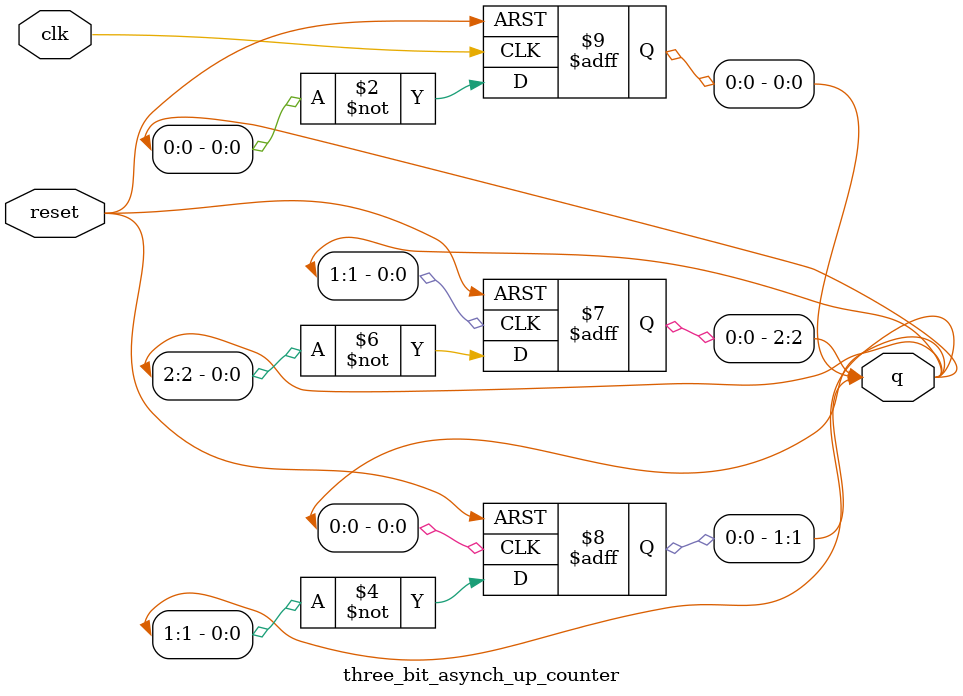
<source format=v>
`timescale 1ns / 1ps

module three_bit_asynch_up_counter(
    input clk, 
    input reset, 
    output reg [2:0] q
    );
    
always @(negedge clk or posedge reset) begin
    if (reset) 
        q[0] <= 1'b0;
    else 
        q[0] <= ~q[0];
end

always @(negedge q[0] or posedge reset) begin
    if (reset) 
        q[1] <= 1'b0;
    else 
        q[1] <= ~q[1];
end

always @(negedge q[1] or posedge reset) begin
    if (reset) 
        q[2] <= 1'b0;
    else 
        q[2] <= ~q[2];
end

endmodule

</source>
